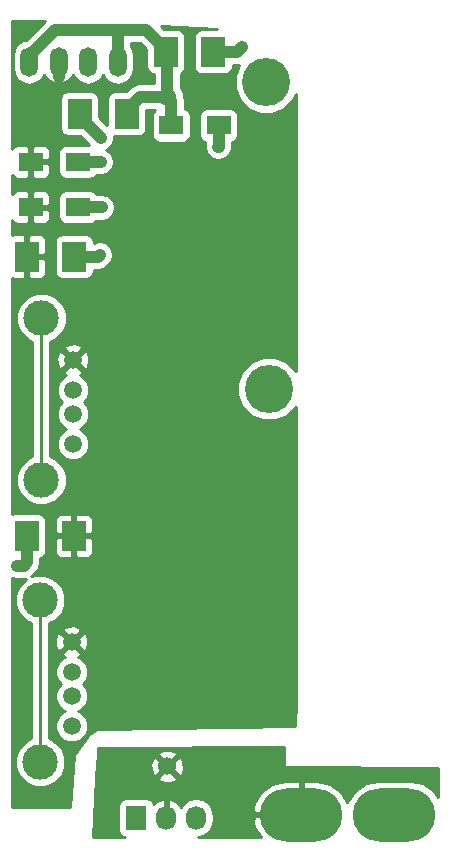
<source format=gbr>
G04 #@! TF.FileFunction,Copper,L1,Top,Signal*
%FSLAX46Y46*%
G04 Gerber Fmt 4.6, Leading zero omitted, Abs format (unit mm)*
G04 Created by KiCad (PCBNEW 4.0.1-3.201512221401+6198~38~ubuntu15.10.1-stable) date Fri 14 Oct 2016 06:40:47 AM PDT*
%MOMM*%
G01*
G04 APERTURE LIST*
%ADD10C,0.100000*%
%ADD11C,4.064000*%
%ADD12R,2.000000X1.600000*%
%ADD13R,2.000000X2.500000*%
%ADD14R,1.727200X2.032000*%
%ADD15O,1.727200X2.032000*%
%ADD16C,1.501140*%
%ADD17C,2.999740*%
%ADD18C,1.524000*%
%ADD19O,7.000000X4.500000*%
%ADD20O,1.501140X2.499360*%
%ADD21C,0.600000*%
%ADD22C,1.000000*%
%ADD23C,0.250000*%
%ADD24C,0.254000*%
G04 APERTURE END LIST*
D10*
D11*
X189375000Y-116935000D03*
D12*
X181120000Y-94625000D03*
X185120000Y-94625000D03*
D13*
X177345000Y-93625000D03*
X173345000Y-93625000D03*
X180660000Y-88390000D03*
X184660000Y-88390000D03*
D12*
X169205000Y-97695000D03*
X173205000Y-97695000D03*
X169205000Y-101545000D03*
X173205000Y-101545000D03*
D13*
X172875000Y-129370000D03*
X168875000Y-129370000D03*
X168895000Y-105720000D03*
X172895000Y-105720000D03*
D14*
X178135000Y-153240000D03*
D15*
X180675000Y-153240000D03*
X183215000Y-153240000D03*
D16*
X172682000Y-145462000D03*
X172682000Y-142922000D03*
X172682000Y-140890000D03*
X172682000Y-138350000D03*
D17*
X170015000Y-148510000D03*
X170015000Y-134794000D03*
D16*
X172792000Y-121592000D03*
X172792000Y-119052000D03*
X172792000Y-117020000D03*
X172792000Y-114480000D03*
D17*
X170125000Y-124640000D03*
X170125000Y-110924000D03*
D18*
X180765000Y-92180000D03*
X180765000Y-148880000D03*
D19*
X200000000Y-152995000D03*
X192100000Y-152995000D03*
D20*
X171575000Y-89235000D03*
X169075000Y-89235000D03*
X174075000Y-89235000D03*
X176575000Y-89235000D03*
D11*
X189155000Y-90975000D03*
D21*
X168040000Y-131890000D03*
X174895000Y-105720000D03*
X175205000Y-101545000D03*
X175125000Y-97695000D03*
X175130000Y-95660000D03*
X187065000Y-87985000D03*
X185120000Y-96425000D03*
D22*
X177345000Y-93275000D02*
X178440000Y-92180000D01*
X179687370Y-92180000D02*
X180765000Y-92180000D01*
X178440000Y-92180000D02*
X179687370Y-92180000D01*
X177345000Y-93625000D02*
X177345000Y-93275000D01*
X176450000Y-86545000D02*
X171265890Y-86545000D01*
X178970000Y-86545000D02*
X176450000Y-86545000D01*
X176575000Y-86670000D02*
X176575000Y-89235000D01*
X176450000Y-86545000D02*
X176575000Y-86670000D01*
X171265890Y-86545000D02*
X169075000Y-88735890D01*
X169075000Y-88735890D02*
X169075000Y-89235000D01*
X180660000Y-88235000D02*
X178970000Y-86545000D01*
X180660000Y-88390000D02*
X180660000Y-88235000D01*
X180765000Y-92180000D02*
X180765000Y-88495000D01*
X180765000Y-88495000D02*
X180660000Y-88390000D01*
X181120000Y-94625000D02*
X181120000Y-92535000D01*
X181120000Y-92535000D02*
X180765000Y-92180000D01*
X168605000Y-131890000D02*
X168040000Y-131890000D01*
X168875000Y-129370000D02*
X168875000Y-131620000D01*
X168875000Y-131620000D02*
X168605000Y-131890000D01*
X175050000Y-105565000D02*
X174895000Y-105720000D01*
X172895000Y-105720000D02*
X174895000Y-105720000D01*
X175215000Y-101555000D02*
X175205000Y-101545000D01*
X173205000Y-101545000D02*
X175205000Y-101545000D01*
X173205000Y-97695000D02*
X175125000Y-97695000D01*
X173345000Y-93625000D02*
X173345000Y-93875000D01*
X173345000Y-93875000D02*
X175130000Y-95660000D01*
X184660000Y-88390000D02*
X186660000Y-88390000D01*
X186660000Y-88390000D02*
X187065000Y-87985000D01*
X185100000Y-96445000D02*
X185120000Y-96425000D01*
X185120000Y-94625000D02*
X185120000Y-96425000D01*
X168895000Y-105720000D02*
X168895000Y-105970000D01*
X169205000Y-105410000D02*
X168895000Y-105720000D01*
X171575000Y-89235000D02*
X171575000Y-90555000D01*
D23*
X170015000Y-134794000D02*
X170015000Y-148510000D01*
X170125000Y-110924000D02*
X170125000Y-124640000D01*
D24*
G36*
X190628000Y-148790000D02*
X190638006Y-148839410D01*
X190666447Y-148881035D01*
X190708841Y-148908315D01*
X190754291Y-148916998D01*
X203740000Y-148989463D01*
X203740000Y-151507227D01*
X203371012Y-150954997D01*
X202435051Y-150329608D01*
X201331009Y-150110000D01*
X198668991Y-150110000D01*
X197564949Y-150329608D01*
X196628988Y-150954997D01*
X196003599Y-151890958D01*
X196000944Y-151904305D01*
X195479805Y-151044799D01*
X194571374Y-150378208D01*
X193477000Y-150110000D01*
X192227000Y-150110000D01*
X192227000Y-152868000D01*
X192247000Y-152868000D01*
X192247000Y-153122000D01*
X192227000Y-153122000D01*
X192227000Y-153142000D01*
X191973000Y-153142000D01*
X191973000Y-153122000D01*
X188126710Y-153122000D01*
X188023149Y-153571312D01*
X188136007Y-153981710D01*
X188686725Y-154890000D01*
X183382637Y-154890000D01*
X183788489Y-154809271D01*
X184274670Y-154484415D01*
X184599526Y-153998234D01*
X184713600Y-153424745D01*
X184713600Y-153055255D01*
X184599526Y-152481766D01*
X184557379Y-152418688D01*
X188023149Y-152418688D01*
X188126710Y-152868000D01*
X191973000Y-152868000D01*
X191973000Y-150110000D01*
X190723000Y-150110000D01*
X189628626Y-150378208D01*
X188720195Y-151044799D01*
X188136007Y-152008290D01*
X188023149Y-152418688D01*
X184557379Y-152418688D01*
X184274670Y-151995585D01*
X183788489Y-151670729D01*
X183215000Y-151556655D01*
X182641511Y-151670729D01*
X182155330Y-151995585D01*
X181948539Y-152305069D01*
X181577036Y-151889268D01*
X181049791Y-151635291D01*
X181034026Y-151632642D01*
X180802000Y-151753783D01*
X180802000Y-153113000D01*
X180822000Y-153113000D01*
X180822000Y-153367000D01*
X180802000Y-153367000D01*
X180802000Y-153387000D01*
X180548000Y-153387000D01*
X180548000Y-153367000D01*
X180528000Y-153367000D01*
X180528000Y-153113000D01*
X180548000Y-153113000D01*
X180548000Y-151753783D01*
X180315974Y-151632642D01*
X180300209Y-151635291D01*
X179772964Y-151889268D01*
X179616093Y-152064845D01*
X179601762Y-151988683D01*
X179462690Y-151772559D01*
X179250490Y-151627569D01*
X178998600Y-151576560D01*
X177271400Y-151576560D01*
X177036083Y-151620838D01*
X176819959Y-151759910D01*
X176674969Y-151972110D01*
X176623960Y-152224000D01*
X176623960Y-154256000D01*
X176668238Y-154491317D01*
X176807310Y-154707441D01*
X177019510Y-154852431D01*
X177205031Y-154890000D01*
X174490889Y-154890000D01*
X174782920Y-149860213D01*
X179964392Y-149860213D01*
X180033857Y-150102397D01*
X180557302Y-150289144D01*
X181112368Y-150261362D01*
X181496143Y-150102397D01*
X181565608Y-149860213D01*
X180765000Y-149059605D01*
X179964392Y-149860213D01*
X174782920Y-149860213D01*
X174851891Y-148672302D01*
X179355856Y-148672302D01*
X179383638Y-149227368D01*
X179542603Y-149611143D01*
X179784787Y-149680608D01*
X180585395Y-148880000D01*
X180944605Y-148880000D01*
X181745213Y-149680608D01*
X181987397Y-149611143D01*
X182174144Y-149087698D01*
X182146362Y-148532632D01*
X181987397Y-148148857D01*
X181745213Y-148079392D01*
X180944605Y-148880000D01*
X180585395Y-148880000D01*
X179784787Y-148079392D01*
X179542603Y-148148857D01*
X179355856Y-148672302D01*
X174851891Y-148672302D01*
X174896743Y-147899787D01*
X179964392Y-147899787D01*
X180765000Y-148700395D01*
X181565608Y-147899787D01*
X181496143Y-147657603D01*
X180972698Y-147470856D01*
X180417632Y-147498638D01*
X180033857Y-147657603D01*
X179964392Y-147899787D01*
X174896743Y-147899787D01*
X174926786Y-147382361D01*
X174927000Y-147375000D01*
X174927000Y-147341405D01*
X190628000Y-147267599D01*
X190628000Y-148790000D01*
X190628000Y-148790000D01*
G37*
X190628000Y-148790000D02*
X190638006Y-148839410D01*
X190666447Y-148881035D01*
X190708841Y-148908315D01*
X190754291Y-148916998D01*
X203740000Y-148989463D01*
X203740000Y-151507227D01*
X203371012Y-150954997D01*
X202435051Y-150329608D01*
X201331009Y-150110000D01*
X198668991Y-150110000D01*
X197564949Y-150329608D01*
X196628988Y-150954997D01*
X196003599Y-151890958D01*
X196000944Y-151904305D01*
X195479805Y-151044799D01*
X194571374Y-150378208D01*
X193477000Y-150110000D01*
X192227000Y-150110000D01*
X192227000Y-152868000D01*
X192247000Y-152868000D01*
X192247000Y-153122000D01*
X192227000Y-153122000D01*
X192227000Y-153142000D01*
X191973000Y-153142000D01*
X191973000Y-153122000D01*
X188126710Y-153122000D01*
X188023149Y-153571312D01*
X188136007Y-153981710D01*
X188686725Y-154890000D01*
X183382637Y-154890000D01*
X183788489Y-154809271D01*
X184274670Y-154484415D01*
X184599526Y-153998234D01*
X184713600Y-153424745D01*
X184713600Y-153055255D01*
X184599526Y-152481766D01*
X184557379Y-152418688D01*
X188023149Y-152418688D01*
X188126710Y-152868000D01*
X191973000Y-152868000D01*
X191973000Y-150110000D01*
X190723000Y-150110000D01*
X189628626Y-150378208D01*
X188720195Y-151044799D01*
X188136007Y-152008290D01*
X188023149Y-152418688D01*
X184557379Y-152418688D01*
X184274670Y-151995585D01*
X183788489Y-151670729D01*
X183215000Y-151556655D01*
X182641511Y-151670729D01*
X182155330Y-151995585D01*
X181948539Y-152305069D01*
X181577036Y-151889268D01*
X181049791Y-151635291D01*
X181034026Y-151632642D01*
X180802000Y-151753783D01*
X180802000Y-153113000D01*
X180822000Y-153113000D01*
X180822000Y-153367000D01*
X180802000Y-153367000D01*
X180802000Y-153387000D01*
X180548000Y-153387000D01*
X180548000Y-153367000D01*
X180528000Y-153367000D01*
X180528000Y-153113000D01*
X180548000Y-153113000D01*
X180548000Y-151753783D01*
X180315974Y-151632642D01*
X180300209Y-151635291D01*
X179772964Y-151889268D01*
X179616093Y-152064845D01*
X179601762Y-151988683D01*
X179462690Y-151772559D01*
X179250490Y-151627569D01*
X178998600Y-151576560D01*
X177271400Y-151576560D01*
X177036083Y-151620838D01*
X176819959Y-151759910D01*
X176674969Y-151972110D01*
X176623960Y-152224000D01*
X176623960Y-154256000D01*
X176668238Y-154491317D01*
X176807310Y-154707441D01*
X177019510Y-154852431D01*
X177205031Y-154890000D01*
X174490889Y-154890000D01*
X174782920Y-149860213D01*
X179964392Y-149860213D01*
X180033857Y-150102397D01*
X180557302Y-150289144D01*
X181112368Y-150261362D01*
X181496143Y-150102397D01*
X181565608Y-149860213D01*
X180765000Y-149059605D01*
X179964392Y-149860213D01*
X174782920Y-149860213D01*
X174851891Y-148672302D01*
X179355856Y-148672302D01*
X179383638Y-149227368D01*
X179542603Y-149611143D01*
X179784787Y-149680608D01*
X180585395Y-148880000D01*
X180944605Y-148880000D01*
X181745213Y-149680608D01*
X181987397Y-149611143D01*
X182174144Y-149087698D01*
X182146362Y-148532632D01*
X181987397Y-148148857D01*
X181745213Y-148079392D01*
X180944605Y-148880000D01*
X180585395Y-148880000D01*
X179784787Y-148079392D01*
X179542603Y-148148857D01*
X179355856Y-148672302D01*
X174851891Y-148672302D01*
X174896743Y-147899787D01*
X179964392Y-147899787D01*
X180765000Y-148700395D01*
X181565608Y-147899787D01*
X181496143Y-147657603D01*
X180972698Y-147470856D01*
X180417632Y-147498638D01*
X180033857Y-147657603D01*
X179964392Y-147899787D01*
X174896743Y-147899787D01*
X174926786Y-147382361D01*
X174927000Y-147375000D01*
X174927000Y-147341405D01*
X190628000Y-147267599D01*
X190628000Y-148790000D01*
G36*
X168847011Y-87358747D02*
X168544765Y-87418867D01*
X168095254Y-87719221D01*
X167794900Y-88168732D01*
X167689430Y-88698967D01*
X167689430Y-89771033D01*
X167794900Y-90301268D01*
X168095254Y-90750779D01*
X168544765Y-91051133D01*
X169075000Y-91156603D01*
X169605235Y-91051133D01*
X170054746Y-90750779D01*
X170330569Y-90337982D01*
X170343501Y-90381677D01*
X170685056Y-90803658D01*
X171162097Y-91062810D01*
X171233725Y-91076993D01*
X171448000Y-90954339D01*
X171448000Y-89362000D01*
X171428000Y-89362000D01*
X171428000Y-89108000D01*
X171448000Y-89108000D01*
X171448000Y-89088000D01*
X171702000Y-89088000D01*
X171702000Y-89108000D01*
X171722000Y-89108000D01*
X171722000Y-89362000D01*
X171702000Y-89362000D01*
X171702000Y-90954339D01*
X171916275Y-91076993D01*
X171987903Y-91062810D01*
X172464944Y-90803658D01*
X172806499Y-90381677D01*
X172819431Y-90337982D01*
X173095254Y-90750779D01*
X173544765Y-91051133D01*
X174075000Y-91156603D01*
X174605235Y-91051133D01*
X175054746Y-90750779D01*
X175325000Y-90346316D01*
X175595254Y-90750779D01*
X176044765Y-91051133D01*
X176575000Y-91156603D01*
X177105235Y-91051133D01*
X177554746Y-90750779D01*
X177855100Y-90301268D01*
X177960570Y-89771033D01*
X177960570Y-88698967D01*
X177855100Y-88168732D01*
X177710000Y-87951575D01*
X177710000Y-87680000D01*
X178499868Y-87680000D01*
X179012560Y-88192692D01*
X179012560Y-89640000D01*
X179056838Y-89875317D01*
X179195910Y-90091441D01*
X179408110Y-90236431D01*
X179630000Y-90281365D01*
X179630000Y-91045000D01*
X178440000Y-91045000D01*
X178005654Y-91131397D01*
X177967931Y-91156603D01*
X177637434Y-91377434D01*
X177287308Y-91727560D01*
X176345000Y-91727560D01*
X176109683Y-91771838D01*
X175893559Y-91910910D01*
X175748569Y-92123110D01*
X175697560Y-92375000D01*
X175697560Y-94622428D01*
X174992440Y-93917308D01*
X174992440Y-92375000D01*
X174948162Y-92139683D01*
X174809090Y-91923559D01*
X174596890Y-91778569D01*
X174345000Y-91727560D01*
X172345000Y-91727560D01*
X172109683Y-91771838D01*
X171893559Y-91910910D01*
X171748569Y-92123110D01*
X171697560Y-92375000D01*
X171697560Y-94875000D01*
X171741838Y-95110317D01*
X171880910Y-95326441D01*
X172093110Y-95471431D01*
X172345000Y-95522440D01*
X173387308Y-95522440D01*
X174112428Y-96247560D01*
X172205000Y-96247560D01*
X171969683Y-96291838D01*
X171753559Y-96430910D01*
X171608569Y-96643110D01*
X171557560Y-96895000D01*
X171557560Y-98495000D01*
X171601838Y-98730317D01*
X171740910Y-98946441D01*
X171953110Y-99091431D01*
X172205000Y-99142440D01*
X174205000Y-99142440D01*
X174440317Y-99098162D01*
X174656441Y-98959090D01*
X174744644Y-98830000D01*
X175125000Y-98830000D01*
X175559346Y-98743603D01*
X175927566Y-98497566D01*
X176173603Y-98129346D01*
X176260000Y-97695000D01*
X176173603Y-97260654D01*
X175927566Y-96892434D01*
X175608394Y-96679170D01*
X175932566Y-96462566D01*
X176178603Y-96094345D01*
X176265000Y-95660000D01*
X176233131Y-95499786D01*
X176345000Y-95522440D01*
X178345000Y-95522440D01*
X178580317Y-95478162D01*
X178796441Y-95339090D01*
X178941431Y-95126890D01*
X178992440Y-94875000D01*
X178992440Y-93315000D01*
X179739905Y-93315000D01*
X179668559Y-93360910D01*
X179523569Y-93573110D01*
X179472560Y-93825000D01*
X179472560Y-95425000D01*
X179516838Y-95660317D01*
X179655910Y-95876441D01*
X179868110Y-96021431D01*
X180120000Y-96072440D01*
X182120000Y-96072440D01*
X182355317Y-96028162D01*
X182571441Y-95889090D01*
X182716431Y-95676890D01*
X182767440Y-95425000D01*
X182767440Y-93825000D01*
X183472560Y-93825000D01*
X183472560Y-95425000D01*
X183516838Y-95660317D01*
X183655910Y-95876441D01*
X183868110Y-96021431D01*
X183985000Y-96045102D01*
X183985000Y-96344454D01*
X183965000Y-96445000D01*
X184051397Y-96879345D01*
X184297434Y-97247566D01*
X184665655Y-97493603D01*
X185100000Y-97580000D01*
X185534345Y-97493603D01*
X185902566Y-97247566D01*
X185922566Y-97227566D01*
X186105395Y-96953943D01*
X186168603Y-96859346D01*
X186255000Y-96425000D01*
X186255000Y-96047038D01*
X186355317Y-96028162D01*
X186571441Y-95889090D01*
X186716431Y-95676890D01*
X186767440Y-95425000D01*
X186767440Y-93825000D01*
X186723162Y-93589683D01*
X186584090Y-93373559D01*
X186371890Y-93228569D01*
X186120000Y-93177560D01*
X184120000Y-93177560D01*
X183884683Y-93221838D01*
X183668559Y-93360910D01*
X183523569Y-93573110D01*
X183472560Y-93825000D01*
X182767440Y-93825000D01*
X182723162Y-93589683D01*
X182584090Y-93373559D01*
X182371890Y-93228569D01*
X182255000Y-93204898D01*
X182255000Y-92535000D01*
X182168603Y-92100654D01*
X182162078Y-92090889D01*
X182162242Y-91903339D01*
X181950010Y-91389697D01*
X181900000Y-91339600D01*
X181900000Y-90240149D01*
X182111441Y-90104090D01*
X182256431Y-89891890D01*
X182307440Y-89640000D01*
X182307440Y-87140000D01*
X182263162Y-86904683D01*
X182124090Y-86688559D01*
X181911890Y-86543569D01*
X181660000Y-86492560D01*
X180522692Y-86492560D01*
X180249309Y-86219177D01*
X184997794Y-86492560D01*
X183660000Y-86492560D01*
X183424683Y-86536838D01*
X183208559Y-86675910D01*
X183063569Y-86888110D01*
X183012560Y-87140000D01*
X183012560Y-89640000D01*
X183056838Y-89875317D01*
X183195910Y-90091441D01*
X183408110Y-90236431D01*
X183660000Y-90287440D01*
X185660000Y-90287440D01*
X185895317Y-90243162D01*
X186111441Y-90104090D01*
X186256431Y-89891890D01*
X186307440Y-89640000D01*
X186307440Y-89525000D01*
X186660000Y-89525000D01*
X186888151Y-89479618D01*
X186488464Y-90442173D01*
X186487538Y-91503172D01*
X186892709Y-92483761D01*
X187642293Y-93234655D01*
X188622173Y-93641536D01*
X189683172Y-93642462D01*
X190663761Y-93237291D01*
X191414655Y-92487707D01*
X191640000Y-91945015D01*
X191640000Y-115432795D01*
X191637291Y-115426239D01*
X190887707Y-114675345D01*
X189907827Y-114268464D01*
X188846828Y-114267538D01*
X187866239Y-114672709D01*
X187115345Y-115422293D01*
X186708464Y-116402173D01*
X186707538Y-117463172D01*
X187112709Y-118443761D01*
X187862293Y-119194655D01*
X188842173Y-119601536D01*
X189903172Y-119602462D01*
X190883761Y-119197291D01*
X191634655Y-118447707D01*
X191640000Y-118434835D01*
X191640000Y-143391878D01*
X191623955Y-145489672D01*
X174908303Y-145713011D01*
X174844517Y-145731183D01*
X174279517Y-146071183D01*
X174243366Y-146103845D01*
X172898366Y-147898845D01*
X172873352Y-147965551D01*
X172547123Y-152338000D01*
X167650000Y-152338000D01*
X167650000Y-132947424D01*
X168040000Y-133025000D01*
X168605000Y-133025000D01*
X168805177Y-132985182D01*
X168206200Y-133583114D01*
X167880501Y-134367485D01*
X167879760Y-135216789D01*
X168204090Y-136001727D01*
X168804114Y-136602800D01*
X169255000Y-136790024D01*
X169255000Y-146514093D01*
X168807273Y-146699090D01*
X168206200Y-147299114D01*
X167880501Y-148083485D01*
X167879760Y-148932789D01*
X168204090Y-149717727D01*
X168804114Y-150318800D01*
X169588485Y-150644499D01*
X170437789Y-150645240D01*
X171222727Y-150320910D01*
X171823800Y-149720886D01*
X172149499Y-148936515D01*
X172150240Y-148087211D01*
X171825910Y-147302273D01*
X171225886Y-146701200D01*
X170775000Y-146513976D01*
X170775000Y-141164398D01*
X171296190Y-141164398D01*
X171506686Y-141673837D01*
X171738507Y-141906063D01*
X171508056Y-142136113D01*
X171296671Y-142645184D01*
X171296190Y-143196398D01*
X171506686Y-143705837D01*
X171896113Y-144095944D01*
X172127381Y-144191975D01*
X171898163Y-144286686D01*
X171508056Y-144676113D01*
X171296671Y-145185184D01*
X171296190Y-145736398D01*
X171506686Y-146245837D01*
X171896113Y-146635944D01*
X172405184Y-146847329D01*
X172956398Y-146847810D01*
X173465837Y-146637314D01*
X173855944Y-146247887D01*
X174067329Y-145738816D01*
X174067810Y-145187602D01*
X173857314Y-144678163D01*
X173467887Y-144288056D01*
X173236619Y-144192025D01*
X173465837Y-144097314D01*
X173855944Y-143707887D01*
X174067329Y-143198816D01*
X174067810Y-142647602D01*
X173857314Y-142138163D01*
X173625493Y-141905937D01*
X173855944Y-141675887D01*
X174067329Y-141166816D01*
X174067810Y-140615602D01*
X173857314Y-140106163D01*
X173467887Y-139716056D01*
X173252504Y-139626621D01*
X173406265Y-139562931D01*
X173474325Y-139321930D01*
X172682000Y-138529605D01*
X171889675Y-139321930D01*
X171957735Y-139562931D01*
X172123040Y-139621769D01*
X171898163Y-139714686D01*
X171508056Y-140104113D01*
X171296671Y-140613184D01*
X171296190Y-141164398D01*
X170775000Y-141164398D01*
X170775000Y-138145034D01*
X171284233Y-138145034D01*
X171312195Y-138695538D01*
X171469069Y-139074265D01*
X171710070Y-139142325D01*
X172502395Y-138350000D01*
X172861605Y-138350000D01*
X173653930Y-139142325D01*
X173894931Y-139074265D01*
X174079767Y-138554966D01*
X174051805Y-138004462D01*
X173894931Y-137625735D01*
X173653930Y-137557675D01*
X172861605Y-138350000D01*
X172502395Y-138350000D01*
X171710070Y-137557675D01*
X171469069Y-137625735D01*
X171284233Y-138145034D01*
X170775000Y-138145034D01*
X170775000Y-137378070D01*
X171889675Y-137378070D01*
X172682000Y-138170395D01*
X173474325Y-137378070D01*
X173406265Y-137137069D01*
X172886966Y-136952233D01*
X172336462Y-136980195D01*
X171957735Y-137137069D01*
X171889675Y-137378070D01*
X170775000Y-137378070D01*
X170775000Y-136789907D01*
X171222727Y-136604910D01*
X171823800Y-136004886D01*
X172149499Y-135220515D01*
X172150240Y-134371211D01*
X171825910Y-133586273D01*
X171225886Y-132985200D01*
X170441515Y-132659501D01*
X169592211Y-132658760D01*
X169240939Y-132803903D01*
X169407566Y-132692566D01*
X169677566Y-132422566D01*
X169923604Y-132054345D01*
X170010000Y-131620000D01*
X170010000Y-131242038D01*
X170110317Y-131223162D01*
X170326441Y-131084090D01*
X170471431Y-130871890D01*
X170522440Y-130620000D01*
X170522440Y-129655750D01*
X171240000Y-129655750D01*
X171240000Y-130746310D01*
X171336673Y-130979699D01*
X171515302Y-131158327D01*
X171748691Y-131255000D01*
X172589250Y-131255000D01*
X172748000Y-131096250D01*
X172748000Y-129497000D01*
X173002000Y-129497000D01*
X173002000Y-131096250D01*
X173160750Y-131255000D01*
X174001309Y-131255000D01*
X174234698Y-131158327D01*
X174413327Y-130979699D01*
X174510000Y-130746310D01*
X174510000Y-129655750D01*
X174351250Y-129497000D01*
X173002000Y-129497000D01*
X172748000Y-129497000D01*
X171398750Y-129497000D01*
X171240000Y-129655750D01*
X170522440Y-129655750D01*
X170522440Y-128120000D01*
X170498674Y-127993690D01*
X171240000Y-127993690D01*
X171240000Y-129084250D01*
X171398750Y-129243000D01*
X172748000Y-129243000D01*
X172748000Y-127643750D01*
X173002000Y-127643750D01*
X173002000Y-129243000D01*
X174351250Y-129243000D01*
X174510000Y-129084250D01*
X174510000Y-127993690D01*
X174413327Y-127760301D01*
X174234698Y-127581673D01*
X174001309Y-127485000D01*
X173160750Y-127485000D01*
X173002000Y-127643750D01*
X172748000Y-127643750D01*
X172589250Y-127485000D01*
X171748691Y-127485000D01*
X171515302Y-127581673D01*
X171336673Y-127760301D01*
X171240000Y-127993690D01*
X170498674Y-127993690D01*
X170478162Y-127884683D01*
X170339090Y-127668559D01*
X170126890Y-127523569D01*
X169875000Y-127472560D01*
X167875000Y-127472560D01*
X167650000Y-127514897D01*
X167650000Y-111346789D01*
X167989760Y-111346789D01*
X168314090Y-112131727D01*
X168914114Y-112732800D01*
X169365000Y-112920024D01*
X169365000Y-122644093D01*
X168917273Y-122829090D01*
X168316200Y-123429114D01*
X167990501Y-124213485D01*
X167989760Y-125062789D01*
X168314090Y-125847727D01*
X168914114Y-126448800D01*
X169698485Y-126774499D01*
X170547789Y-126775240D01*
X171332727Y-126450910D01*
X171933800Y-125850886D01*
X172259499Y-125066515D01*
X172260240Y-124217211D01*
X171935910Y-123432273D01*
X171335886Y-122831200D01*
X170885000Y-122643976D01*
X170885000Y-117294398D01*
X171406190Y-117294398D01*
X171616686Y-117803837D01*
X171848507Y-118036063D01*
X171618056Y-118266113D01*
X171406671Y-118775184D01*
X171406190Y-119326398D01*
X171616686Y-119835837D01*
X172006113Y-120225944D01*
X172237381Y-120321975D01*
X172008163Y-120416686D01*
X171618056Y-120806113D01*
X171406671Y-121315184D01*
X171406190Y-121866398D01*
X171616686Y-122375837D01*
X172006113Y-122765944D01*
X172515184Y-122977329D01*
X173066398Y-122977810D01*
X173575837Y-122767314D01*
X173965944Y-122377887D01*
X174177329Y-121868816D01*
X174177810Y-121317602D01*
X173967314Y-120808163D01*
X173577887Y-120418056D01*
X173346619Y-120322025D01*
X173575837Y-120227314D01*
X173965944Y-119837887D01*
X174177329Y-119328816D01*
X174177810Y-118777602D01*
X173967314Y-118268163D01*
X173735493Y-118035937D01*
X173965944Y-117805887D01*
X174177329Y-117296816D01*
X174177810Y-116745602D01*
X173967314Y-116236163D01*
X173577887Y-115846056D01*
X173362504Y-115756621D01*
X173516265Y-115692931D01*
X173584325Y-115451930D01*
X172792000Y-114659605D01*
X171999675Y-115451930D01*
X172067735Y-115692931D01*
X172233040Y-115751769D01*
X172008163Y-115844686D01*
X171618056Y-116234113D01*
X171406671Y-116743184D01*
X171406190Y-117294398D01*
X170885000Y-117294398D01*
X170885000Y-114275034D01*
X171394233Y-114275034D01*
X171422195Y-114825538D01*
X171579069Y-115204265D01*
X171820070Y-115272325D01*
X172612395Y-114480000D01*
X172971605Y-114480000D01*
X173763930Y-115272325D01*
X174004931Y-115204265D01*
X174189767Y-114684966D01*
X174161805Y-114134462D01*
X174004931Y-113755735D01*
X173763930Y-113687675D01*
X172971605Y-114480000D01*
X172612395Y-114480000D01*
X171820070Y-113687675D01*
X171579069Y-113755735D01*
X171394233Y-114275034D01*
X170885000Y-114275034D01*
X170885000Y-113508070D01*
X171999675Y-113508070D01*
X172792000Y-114300395D01*
X173584325Y-113508070D01*
X173516265Y-113267069D01*
X172996966Y-113082233D01*
X172446462Y-113110195D01*
X172067735Y-113267069D01*
X171999675Y-113508070D01*
X170885000Y-113508070D01*
X170885000Y-112919907D01*
X171332727Y-112734910D01*
X171933800Y-112134886D01*
X172259499Y-111350515D01*
X172260240Y-110501211D01*
X171935910Y-109716273D01*
X171335886Y-109115200D01*
X170551515Y-108789501D01*
X169702211Y-108788760D01*
X168917273Y-109113090D01*
X168316200Y-109713114D01*
X167990501Y-110497485D01*
X167989760Y-111346789D01*
X167650000Y-111346789D01*
X167650000Y-107555837D01*
X167768691Y-107605000D01*
X168609250Y-107605000D01*
X168768000Y-107446250D01*
X168768000Y-105847000D01*
X169022000Y-105847000D01*
X169022000Y-107446250D01*
X169180750Y-107605000D01*
X170021309Y-107605000D01*
X170254698Y-107508327D01*
X170433327Y-107329699D01*
X170530000Y-107096310D01*
X170530000Y-106005750D01*
X170371250Y-105847000D01*
X169022000Y-105847000D01*
X168768000Y-105847000D01*
X168748000Y-105847000D01*
X168748000Y-105593000D01*
X168768000Y-105593000D01*
X168768000Y-103993750D01*
X169022000Y-103993750D01*
X169022000Y-105593000D01*
X170371250Y-105593000D01*
X170530000Y-105434250D01*
X170530000Y-104470000D01*
X171247560Y-104470000D01*
X171247560Y-106970000D01*
X171291838Y-107205317D01*
X171430910Y-107421441D01*
X171643110Y-107566431D01*
X171895000Y-107617440D01*
X173895000Y-107617440D01*
X174130317Y-107573162D01*
X174346441Y-107434090D01*
X174491431Y-107221890D01*
X174542440Y-106970000D01*
X174542440Y-106855000D01*
X174895000Y-106855000D01*
X175329346Y-106768603D01*
X175697566Y-106522566D01*
X175852566Y-106367566D01*
X176098603Y-105999345D01*
X176185000Y-105565000D01*
X176098603Y-105130655D01*
X175852566Y-104762434D01*
X175484345Y-104516397D01*
X175050000Y-104430000D01*
X174615655Y-104516397D01*
X174542440Y-104565318D01*
X174542440Y-104470000D01*
X174498162Y-104234683D01*
X174359090Y-104018559D01*
X174146890Y-103873569D01*
X173895000Y-103822560D01*
X171895000Y-103822560D01*
X171659683Y-103866838D01*
X171443559Y-104005910D01*
X171298569Y-104218110D01*
X171247560Y-104470000D01*
X170530000Y-104470000D01*
X170530000Y-104343690D01*
X170433327Y-104110301D01*
X170254698Y-103931673D01*
X170021309Y-103835000D01*
X169180750Y-103835000D01*
X169022000Y-103993750D01*
X168768000Y-103993750D01*
X168609250Y-103835000D01*
X167768691Y-103835000D01*
X167650000Y-103884163D01*
X167650000Y-102664447D01*
X167666673Y-102704699D01*
X167845302Y-102883327D01*
X168078691Y-102980000D01*
X168919250Y-102980000D01*
X169078000Y-102821250D01*
X169078000Y-101672000D01*
X169332000Y-101672000D01*
X169332000Y-102821250D01*
X169490750Y-102980000D01*
X170331309Y-102980000D01*
X170564698Y-102883327D01*
X170743327Y-102704699D01*
X170840000Y-102471310D01*
X170840000Y-101830750D01*
X170681250Y-101672000D01*
X169332000Y-101672000D01*
X169078000Y-101672000D01*
X169058000Y-101672000D01*
X169058000Y-101418000D01*
X169078000Y-101418000D01*
X169078000Y-100268750D01*
X169332000Y-100268750D01*
X169332000Y-101418000D01*
X170681250Y-101418000D01*
X170840000Y-101259250D01*
X170840000Y-100745000D01*
X171557560Y-100745000D01*
X171557560Y-102345000D01*
X171601838Y-102580317D01*
X171740910Y-102796441D01*
X171953110Y-102941431D01*
X172205000Y-102992440D01*
X174205000Y-102992440D01*
X174440317Y-102948162D01*
X174656441Y-102809090D01*
X174744644Y-102680000D01*
X175164727Y-102680000D01*
X175215000Y-102690000D01*
X175649345Y-102603603D01*
X176017566Y-102357566D01*
X176263603Y-101989345D01*
X176350000Y-101555000D01*
X176263603Y-101120655D01*
X176017566Y-100752434D01*
X176007566Y-100742434D01*
X175809122Y-100609838D01*
X175639346Y-100496397D01*
X175205000Y-100410000D01*
X174744018Y-100410000D01*
X174669090Y-100293559D01*
X174456890Y-100148569D01*
X174205000Y-100097560D01*
X172205000Y-100097560D01*
X171969683Y-100141838D01*
X171753559Y-100280910D01*
X171608569Y-100493110D01*
X171557560Y-100745000D01*
X170840000Y-100745000D01*
X170840000Y-100618690D01*
X170743327Y-100385301D01*
X170564698Y-100206673D01*
X170331309Y-100110000D01*
X169490750Y-100110000D01*
X169332000Y-100268750D01*
X169078000Y-100268750D01*
X168919250Y-100110000D01*
X168078691Y-100110000D01*
X167845302Y-100206673D01*
X167666673Y-100385301D01*
X167650000Y-100425553D01*
X167650000Y-98814447D01*
X167666673Y-98854699D01*
X167845302Y-99033327D01*
X168078691Y-99130000D01*
X168919250Y-99130000D01*
X169078000Y-98971250D01*
X169078000Y-97822000D01*
X169332000Y-97822000D01*
X169332000Y-98971250D01*
X169490750Y-99130000D01*
X170331309Y-99130000D01*
X170564698Y-99033327D01*
X170743327Y-98854699D01*
X170840000Y-98621310D01*
X170840000Y-97980750D01*
X170681250Y-97822000D01*
X169332000Y-97822000D01*
X169078000Y-97822000D01*
X169058000Y-97822000D01*
X169058000Y-97568000D01*
X169078000Y-97568000D01*
X169078000Y-96418750D01*
X169332000Y-96418750D01*
X169332000Y-97568000D01*
X170681250Y-97568000D01*
X170840000Y-97409250D01*
X170840000Y-96768690D01*
X170743327Y-96535301D01*
X170564698Y-96356673D01*
X170331309Y-96260000D01*
X169490750Y-96260000D01*
X169332000Y-96418750D01*
X169078000Y-96418750D01*
X168919250Y-96260000D01*
X168078691Y-96260000D01*
X167845302Y-96356673D01*
X167666673Y-96535301D01*
X167650000Y-96575553D01*
X167650000Y-85810000D01*
X170395758Y-85810000D01*
X168847011Y-87358747D01*
X168847011Y-87358747D01*
G37*
X168847011Y-87358747D02*
X168544765Y-87418867D01*
X168095254Y-87719221D01*
X167794900Y-88168732D01*
X167689430Y-88698967D01*
X167689430Y-89771033D01*
X167794900Y-90301268D01*
X168095254Y-90750779D01*
X168544765Y-91051133D01*
X169075000Y-91156603D01*
X169605235Y-91051133D01*
X170054746Y-90750779D01*
X170330569Y-90337982D01*
X170343501Y-90381677D01*
X170685056Y-90803658D01*
X171162097Y-91062810D01*
X171233725Y-91076993D01*
X171448000Y-90954339D01*
X171448000Y-89362000D01*
X171428000Y-89362000D01*
X171428000Y-89108000D01*
X171448000Y-89108000D01*
X171448000Y-89088000D01*
X171702000Y-89088000D01*
X171702000Y-89108000D01*
X171722000Y-89108000D01*
X171722000Y-89362000D01*
X171702000Y-89362000D01*
X171702000Y-90954339D01*
X171916275Y-91076993D01*
X171987903Y-91062810D01*
X172464944Y-90803658D01*
X172806499Y-90381677D01*
X172819431Y-90337982D01*
X173095254Y-90750779D01*
X173544765Y-91051133D01*
X174075000Y-91156603D01*
X174605235Y-91051133D01*
X175054746Y-90750779D01*
X175325000Y-90346316D01*
X175595254Y-90750779D01*
X176044765Y-91051133D01*
X176575000Y-91156603D01*
X177105235Y-91051133D01*
X177554746Y-90750779D01*
X177855100Y-90301268D01*
X177960570Y-89771033D01*
X177960570Y-88698967D01*
X177855100Y-88168732D01*
X177710000Y-87951575D01*
X177710000Y-87680000D01*
X178499868Y-87680000D01*
X179012560Y-88192692D01*
X179012560Y-89640000D01*
X179056838Y-89875317D01*
X179195910Y-90091441D01*
X179408110Y-90236431D01*
X179630000Y-90281365D01*
X179630000Y-91045000D01*
X178440000Y-91045000D01*
X178005654Y-91131397D01*
X177967931Y-91156603D01*
X177637434Y-91377434D01*
X177287308Y-91727560D01*
X176345000Y-91727560D01*
X176109683Y-91771838D01*
X175893559Y-91910910D01*
X175748569Y-92123110D01*
X175697560Y-92375000D01*
X175697560Y-94622428D01*
X174992440Y-93917308D01*
X174992440Y-92375000D01*
X174948162Y-92139683D01*
X174809090Y-91923559D01*
X174596890Y-91778569D01*
X174345000Y-91727560D01*
X172345000Y-91727560D01*
X172109683Y-91771838D01*
X171893559Y-91910910D01*
X171748569Y-92123110D01*
X171697560Y-92375000D01*
X171697560Y-94875000D01*
X171741838Y-95110317D01*
X171880910Y-95326441D01*
X172093110Y-95471431D01*
X172345000Y-95522440D01*
X173387308Y-95522440D01*
X174112428Y-96247560D01*
X172205000Y-96247560D01*
X171969683Y-96291838D01*
X171753559Y-96430910D01*
X171608569Y-96643110D01*
X171557560Y-96895000D01*
X171557560Y-98495000D01*
X171601838Y-98730317D01*
X171740910Y-98946441D01*
X171953110Y-99091431D01*
X172205000Y-99142440D01*
X174205000Y-99142440D01*
X174440317Y-99098162D01*
X174656441Y-98959090D01*
X174744644Y-98830000D01*
X175125000Y-98830000D01*
X175559346Y-98743603D01*
X175927566Y-98497566D01*
X176173603Y-98129346D01*
X176260000Y-97695000D01*
X176173603Y-97260654D01*
X175927566Y-96892434D01*
X175608394Y-96679170D01*
X175932566Y-96462566D01*
X176178603Y-96094345D01*
X176265000Y-95660000D01*
X176233131Y-95499786D01*
X176345000Y-95522440D01*
X178345000Y-95522440D01*
X178580317Y-95478162D01*
X178796441Y-95339090D01*
X178941431Y-95126890D01*
X178992440Y-94875000D01*
X178992440Y-93315000D01*
X179739905Y-93315000D01*
X179668559Y-93360910D01*
X179523569Y-93573110D01*
X179472560Y-93825000D01*
X179472560Y-95425000D01*
X179516838Y-95660317D01*
X179655910Y-95876441D01*
X179868110Y-96021431D01*
X180120000Y-96072440D01*
X182120000Y-96072440D01*
X182355317Y-96028162D01*
X182571441Y-95889090D01*
X182716431Y-95676890D01*
X182767440Y-95425000D01*
X182767440Y-93825000D01*
X183472560Y-93825000D01*
X183472560Y-95425000D01*
X183516838Y-95660317D01*
X183655910Y-95876441D01*
X183868110Y-96021431D01*
X183985000Y-96045102D01*
X183985000Y-96344454D01*
X183965000Y-96445000D01*
X184051397Y-96879345D01*
X184297434Y-97247566D01*
X184665655Y-97493603D01*
X185100000Y-97580000D01*
X185534345Y-97493603D01*
X185902566Y-97247566D01*
X185922566Y-97227566D01*
X186105395Y-96953943D01*
X186168603Y-96859346D01*
X186255000Y-96425000D01*
X186255000Y-96047038D01*
X186355317Y-96028162D01*
X186571441Y-95889090D01*
X186716431Y-95676890D01*
X186767440Y-95425000D01*
X186767440Y-93825000D01*
X186723162Y-93589683D01*
X186584090Y-93373559D01*
X186371890Y-93228569D01*
X186120000Y-93177560D01*
X184120000Y-93177560D01*
X183884683Y-93221838D01*
X183668559Y-93360910D01*
X183523569Y-93573110D01*
X183472560Y-93825000D01*
X182767440Y-93825000D01*
X182723162Y-93589683D01*
X182584090Y-93373559D01*
X182371890Y-93228569D01*
X182255000Y-93204898D01*
X182255000Y-92535000D01*
X182168603Y-92100654D01*
X182162078Y-92090889D01*
X182162242Y-91903339D01*
X181950010Y-91389697D01*
X181900000Y-91339600D01*
X181900000Y-90240149D01*
X182111441Y-90104090D01*
X182256431Y-89891890D01*
X182307440Y-89640000D01*
X182307440Y-87140000D01*
X182263162Y-86904683D01*
X182124090Y-86688559D01*
X181911890Y-86543569D01*
X181660000Y-86492560D01*
X180522692Y-86492560D01*
X180249309Y-86219177D01*
X184997794Y-86492560D01*
X183660000Y-86492560D01*
X183424683Y-86536838D01*
X183208559Y-86675910D01*
X183063569Y-86888110D01*
X183012560Y-87140000D01*
X183012560Y-89640000D01*
X183056838Y-89875317D01*
X183195910Y-90091441D01*
X183408110Y-90236431D01*
X183660000Y-90287440D01*
X185660000Y-90287440D01*
X185895317Y-90243162D01*
X186111441Y-90104090D01*
X186256431Y-89891890D01*
X186307440Y-89640000D01*
X186307440Y-89525000D01*
X186660000Y-89525000D01*
X186888151Y-89479618D01*
X186488464Y-90442173D01*
X186487538Y-91503172D01*
X186892709Y-92483761D01*
X187642293Y-93234655D01*
X188622173Y-93641536D01*
X189683172Y-93642462D01*
X190663761Y-93237291D01*
X191414655Y-92487707D01*
X191640000Y-91945015D01*
X191640000Y-115432795D01*
X191637291Y-115426239D01*
X190887707Y-114675345D01*
X189907827Y-114268464D01*
X188846828Y-114267538D01*
X187866239Y-114672709D01*
X187115345Y-115422293D01*
X186708464Y-116402173D01*
X186707538Y-117463172D01*
X187112709Y-118443761D01*
X187862293Y-119194655D01*
X188842173Y-119601536D01*
X189903172Y-119602462D01*
X190883761Y-119197291D01*
X191634655Y-118447707D01*
X191640000Y-118434835D01*
X191640000Y-143391878D01*
X191623955Y-145489672D01*
X174908303Y-145713011D01*
X174844517Y-145731183D01*
X174279517Y-146071183D01*
X174243366Y-146103845D01*
X172898366Y-147898845D01*
X172873352Y-147965551D01*
X172547123Y-152338000D01*
X167650000Y-152338000D01*
X167650000Y-132947424D01*
X168040000Y-133025000D01*
X168605000Y-133025000D01*
X168805177Y-132985182D01*
X168206200Y-133583114D01*
X167880501Y-134367485D01*
X167879760Y-135216789D01*
X168204090Y-136001727D01*
X168804114Y-136602800D01*
X169255000Y-136790024D01*
X169255000Y-146514093D01*
X168807273Y-146699090D01*
X168206200Y-147299114D01*
X167880501Y-148083485D01*
X167879760Y-148932789D01*
X168204090Y-149717727D01*
X168804114Y-150318800D01*
X169588485Y-150644499D01*
X170437789Y-150645240D01*
X171222727Y-150320910D01*
X171823800Y-149720886D01*
X172149499Y-148936515D01*
X172150240Y-148087211D01*
X171825910Y-147302273D01*
X171225886Y-146701200D01*
X170775000Y-146513976D01*
X170775000Y-141164398D01*
X171296190Y-141164398D01*
X171506686Y-141673837D01*
X171738507Y-141906063D01*
X171508056Y-142136113D01*
X171296671Y-142645184D01*
X171296190Y-143196398D01*
X171506686Y-143705837D01*
X171896113Y-144095944D01*
X172127381Y-144191975D01*
X171898163Y-144286686D01*
X171508056Y-144676113D01*
X171296671Y-145185184D01*
X171296190Y-145736398D01*
X171506686Y-146245837D01*
X171896113Y-146635944D01*
X172405184Y-146847329D01*
X172956398Y-146847810D01*
X173465837Y-146637314D01*
X173855944Y-146247887D01*
X174067329Y-145738816D01*
X174067810Y-145187602D01*
X173857314Y-144678163D01*
X173467887Y-144288056D01*
X173236619Y-144192025D01*
X173465837Y-144097314D01*
X173855944Y-143707887D01*
X174067329Y-143198816D01*
X174067810Y-142647602D01*
X173857314Y-142138163D01*
X173625493Y-141905937D01*
X173855944Y-141675887D01*
X174067329Y-141166816D01*
X174067810Y-140615602D01*
X173857314Y-140106163D01*
X173467887Y-139716056D01*
X173252504Y-139626621D01*
X173406265Y-139562931D01*
X173474325Y-139321930D01*
X172682000Y-138529605D01*
X171889675Y-139321930D01*
X171957735Y-139562931D01*
X172123040Y-139621769D01*
X171898163Y-139714686D01*
X171508056Y-140104113D01*
X171296671Y-140613184D01*
X171296190Y-141164398D01*
X170775000Y-141164398D01*
X170775000Y-138145034D01*
X171284233Y-138145034D01*
X171312195Y-138695538D01*
X171469069Y-139074265D01*
X171710070Y-139142325D01*
X172502395Y-138350000D01*
X172861605Y-138350000D01*
X173653930Y-139142325D01*
X173894931Y-139074265D01*
X174079767Y-138554966D01*
X174051805Y-138004462D01*
X173894931Y-137625735D01*
X173653930Y-137557675D01*
X172861605Y-138350000D01*
X172502395Y-138350000D01*
X171710070Y-137557675D01*
X171469069Y-137625735D01*
X171284233Y-138145034D01*
X170775000Y-138145034D01*
X170775000Y-137378070D01*
X171889675Y-137378070D01*
X172682000Y-138170395D01*
X173474325Y-137378070D01*
X173406265Y-137137069D01*
X172886966Y-136952233D01*
X172336462Y-136980195D01*
X171957735Y-137137069D01*
X171889675Y-137378070D01*
X170775000Y-137378070D01*
X170775000Y-136789907D01*
X171222727Y-136604910D01*
X171823800Y-136004886D01*
X172149499Y-135220515D01*
X172150240Y-134371211D01*
X171825910Y-133586273D01*
X171225886Y-132985200D01*
X170441515Y-132659501D01*
X169592211Y-132658760D01*
X169240939Y-132803903D01*
X169407566Y-132692566D01*
X169677566Y-132422566D01*
X169923604Y-132054345D01*
X170010000Y-131620000D01*
X170010000Y-131242038D01*
X170110317Y-131223162D01*
X170326441Y-131084090D01*
X170471431Y-130871890D01*
X170522440Y-130620000D01*
X170522440Y-129655750D01*
X171240000Y-129655750D01*
X171240000Y-130746310D01*
X171336673Y-130979699D01*
X171515302Y-131158327D01*
X171748691Y-131255000D01*
X172589250Y-131255000D01*
X172748000Y-131096250D01*
X172748000Y-129497000D01*
X173002000Y-129497000D01*
X173002000Y-131096250D01*
X173160750Y-131255000D01*
X174001309Y-131255000D01*
X174234698Y-131158327D01*
X174413327Y-130979699D01*
X174510000Y-130746310D01*
X174510000Y-129655750D01*
X174351250Y-129497000D01*
X173002000Y-129497000D01*
X172748000Y-129497000D01*
X171398750Y-129497000D01*
X171240000Y-129655750D01*
X170522440Y-129655750D01*
X170522440Y-128120000D01*
X170498674Y-127993690D01*
X171240000Y-127993690D01*
X171240000Y-129084250D01*
X171398750Y-129243000D01*
X172748000Y-129243000D01*
X172748000Y-127643750D01*
X173002000Y-127643750D01*
X173002000Y-129243000D01*
X174351250Y-129243000D01*
X174510000Y-129084250D01*
X174510000Y-127993690D01*
X174413327Y-127760301D01*
X174234698Y-127581673D01*
X174001309Y-127485000D01*
X173160750Y-127485000D01*
X173002000Y-127643750D01*
X172748000Y-127643750D01*
X172589250Y-127485000D01*
X171748691Y-127485000D01*
X171515302Y-127581673D01*
X171336673Y-127760301D01*
X171240000Y-127993690D01*
X170498674Y-127993690D01*
X170478162Y-127884683D01*
X170339090Y-127668559D01*
X170126890Y-127523569D01*
X169875000Y-127472560D01*
X167875000Y-127472560D01*
X167650000Y-127514897D01*
X167650000Y-111346789D01*
X167989760Y-111346789D01*
X168314090Y-112131727D01*
X168914114Y-112732800D01*
X169365000Y-112920024D01*
X169365000Y-122644093D01*
X168917273Y-122829090D01*
X168316200Y-123429114D01*
X167990501Y-124213485D01*
X167989760Y-125062789D01*
X168314090Y-125847727D01*
X168914114Y-126448800D01*
X169698485Y-126774499D01*
X170547789Y-126775240D01*
X171332727Y-126450910D01*
X171933800Y-125850886D01*
X172259499Y-125066515D01*
X172260240Y-124217211D01*
X171935910Y-123432273D01*
X171335886Y-122831200D01*
X170885000Y-122643976D01*
X170885000Y-117294398D01*
X171406190Y-117294398D01*
X171616686Y-117803837D01*
X171848507Y-118036063D01*
X171618056Y-118266113D01*
X171406671Y-118775184D01*
X171406190Y-119326398D01*
X171616686Y-119835837D01*
X172006113Y-120225944D01*
X172237381Y-120321975D01*
X172008163Y-120416686D01*
X171618056Y-120806113D01*
X171406671Y-121315184D01*
X171406190Y-121866398D01*
X171616686Y-122375837D01*
X172006113Y-122765944D01*
X172515184Y-122977329D01*
X173066398Y-122977810D01*
X173575837Y-122767314D01*
X173965944Y-122377887D01*
X174177329Y-121868816D01*
X174177810Y-121317602D01*
X173967314Y-120808163D01*
X173577887Y-120418056D01*
X173346619Y-120322025D01*
X173575837Y-120227314D01*
X173965944Y-119837887D01*
X174177329Y-119328816D01*
X174177810Y-118777602D01*
X173967314Y-118268163D01*
X173735493Y-118035937D01*
X173965944Y-117805887D01*
X174177329Y-117296816D01*
X174177810Y-116745602D01*
X173967314Y-116236163D01*
X173577887Y-115846056D01*
X173362504Y-115756621D01*
X173516265Y-115692931D01*
X173584325Y-115451930D01*
X172792000Y-114659605D01*
X171999675Y-115451930D01*
X172067735Y-115692931D01*
X172233040Y-115751769D01*
X172008163Y-115844686D01*
X171618056Y-116234113D01*
X171406671Y-116743184D01*
X171406190Y-117294398D01*
X170885000Y-117294398D01*
X170885000Y-114275034D01*
X171394233Y-114275034D01*
X171422195Y-114825538D01*
X171579069Y-115204265D01*
X171820070Y-115272325D01*
X172612395Y-114480000D01*
X172971605Y-114480000D01*
X173763930Y-115272325D01*
X174004931Y-115204265D01*
X174189767Y-114684966D01*
X174161805Y-114134462D01*
X174004931Y-113755735D01*
X173763930Y-113687675D01*
X172971605Y-114480000D01*
X172612395Y-114480000D01*
X171820070Y-113687675D01*
X171579069Y-113755735D01*
X171394233Y-114275034D01*
X170885000Y-114275034D01*
X170885000Y-113508070D01*
X171999675Y-113508070D01*
X172792000Y-114300395D01*
X173584325Y-113508070D01*
X173516265Y-113267069D01*
X172996966Y-113082233D01*
X172446462Y-113110195D01*
X172067735Y-113267069D01*
X171999675Y-113508070D01*
X170885000Y-113508070D01*
X170885000Y-112919907D01*
X171332727Y-112734910D01*
X171933800Y-112134886D01*
X172259499Y-111350515D01*
X172260240Y-110501211D01*
X171935910Y-109716273D01*
X171335886Y-109115200D01*
X170551515Y-108789501D01*
X169702211Y-108788760D01*
X168917273Y-109113090D01*
X168316200Y-109713114D01*
X167990501Y-110497485D01*
X167989760Y-111346789D01*
X167650000Y-111346789D01*
X167650000Y-107555837D01*
X167768691Y-107605000D01*
X168609250Y-107605000D01*
X168768000Y-107446250D01*
X168768000Y-105847000D01*
X169022000Y-105847000D01*
X169022000Y-107446250D01*
X169180750Y-107605000D01*
X170021309Y-107605000D01*
X170254698Y-107508327D01*
X170433327Y-107329699D01*
X170530000Y-107096310D01*
X170530000Y-106005750D01*
X170371250Y-105847000D01*
X169022000Y-105847000D01*
X168768000Y-105847000D01*
X168748000Y-105847000D01*
X168748000Y-105593000D01*
X168768000Y-105593000D01*
X168768000Y-103993750D01*
X169022000Y-103993750D01*
X169022000Y-105593000D01*
X170371250Y-105593000D01*
X170530000Y-105434250D01*
X170530000Y-104470000D01*
X171247560Y-104470000D01*
X171247560Y-106970000D01*
X171291838Y-107205317D01*
X171430910Y-107421441D01*
X171643110Y-107566431D01*
X171895000Y-107617440D01*
X173895000Y-107617440D01*
X174130317Y-107573162D01*
X174346441Y-107434090D01*
X174491431Y-107221890D01*
X174542440Y-106970000D01*
X174542440Y-106855000D01*
X174895000Y-106855000D01*
X175329346Y-106768603D01*
X175697566Y-106522566D01*
X175852566Y-106367566D01*
X176098603Y-105999345D01*
X176185000Y-105565000D01*
X176098603Y-105130655D01*
X175852566Y-104762434D01*
X175484345Y-104516397D01*
X175050000Y-104430000D01*
X174615655Y-104516397D01*
X174542440Y-104565318D01*
X174542440Y-104470000D01*
X174498162Y-104234683D01*
X174359090Y-104018559D01*
X174146890Y-103873569D01*
X173895000Y-103822560D01*
X171895000Y-103822560D01*
X171659683Y-103866838D01*
X171443559Y-104005910D01*
X171298569Y-104218110D01*
X171247560Y-104470000D01*
X170530000Y-104470000D01*
X170530000Y-104343690D01*
X170433327Y-104110301D01*
X170254698Y-103931673D01*
X170021309Y-103835000D01*
X169180750Y-103835000D01*
X169022000Y-103993750D01*
X168768000Y-103993750D01*
X168609250Y-103835000D01*
X167768691Y-103835000D01*
X167650000Y-103884163D01*
X167650000Y-102664447D01*
X167666673Y-102704699D01*
X167845302Y-102883327D01*
X168078691Y-102980000D01*
X168919250Y-102980000D01*
X169078000Y-102821250D01*
X169078000Y-101672000D01*
X169332000Y-101672000D01*
X169332000Y-102821250D01*
X169490750Y-102980000D01*
X170331309Y-102980000D01*
X170564698Y-102883327D01*
X170743327Y-102704699D01*
X170840000Y-102471310D01*
X170840000Y-101830750D01*
X170681250Y-101672000D01*
X169332000Y-101672000D01*
X169078000Y-101672000D01*
X169058000Y-101672000D01*
X169058000Y-101418000D01*
X169078000Y-101418000D01*
X169078000Y-100268750D01*
X169332000Y-100268750D01*
X169332000Y-101418000D01*
X170681250Y-101418000D01*
X170840000Y-101259250D01*
X170840000Y-100745000D01*
X171557560Y-100745000D01*
X171557560Y-102345000D01*
X171601838Y-102580317D01*
X171740910Y-102796441D01*
X171953110Y-102941431D01*
X172205000Y-102992440D01*
X174205000Y-102992440D01*
X174440317Y-102948162D01*
X174656441Y-102809090D01*
X174744644Y-102680000D01*
X175164727Y-102680000D01*
X175215000Y-102690000D01*
X175649345Y-102603603D01*
X176017566Y-102357566D01*
X176263603Y-101989345D01*
X176350000Y-101555000D01*
X176263603Y-101120655D01*
X176017566Y-100752434D01*
X176007566Y-100742434D01*
X175809122Y-100609838D01*
X175639346Y-100496397D01*
X175205000Y-100410000D01*
X174744018Y-100410000D01*
X174669090Y-100293559D01*
X174456890Y-100148569D01*
X174205000Y-100097560D01*
X172205000Y-100097560D01*
X171969683Y-100141838D01*
X171753559Y-100280910D01*
X171608569Y-100493110D01*
X171557560Y-100745000D01*
X170840000Y-100745000D01*
X170840000Y-100618690D01*
X170743327Y-100385301D01*
X170564698Y-100206673D01*
X170331309Y-100110000D01*
X169490750Y-100110000D01*
X169332000Y-100268750D01*
X169078000Y-100268750D01*
X168919250Y-100110000D01*
X168078691Y-100110000D01*
X167845302Y-100206673D01*
X167666673Y-100385301D01*
X167650000Y-100425553D01*
X167650000Y-98814447D01*
X167666673Y-98854699D01*
X167845302Y-99033327D01*
X168078691Y-99130000D01*
X168919250Y-99130000D01*
X169078000Y-98971250D01*
X169078000Y-97822000D01*
X169332000Y-97822000D01*
X169332000Y-98971250D01*
X169490750Y-99130000D01*
X170331309Y-99130000D01*
X170564698Y-99033327D01*
X170743327Y-98854699D01*
X170840000Y-98621310D01*
X170840000Y-97980750D01*
X170681250Y-97822000D01*
X169332000Y-97822000D01*
X169078000Y-97822000D01*
X169058000Y-97822000D01*
X169058000Y-97568000D01*
X169078000Y-97568000D01*
X169078000Y-96418750D01*
X169332000Y-96418750D01*
X169332000Y-97568000D01*
X170681250Y-97568000D01*
X170840000Y-97409250D01*
X170840000Y-96768690D01*
X170743327Y-96535301D01*
X170564698Y-96356673D01*
X170331309Y-96260000D01*
X169490750Y-96260000D01*
X169332000Y-96418750D01*
X169078000Y-96418750D01*
X168919250Y-96260000D01*
X168078691Y-96260000D01*
X167845302Y-96356673D01*
X167666673Y-96535301D01*
X167650000Y-96575553D01*
X167650000Y-85810000D01*
X170395758Y-85810000D01*
X168847011Y-87358747D01*
M02*

</source>
